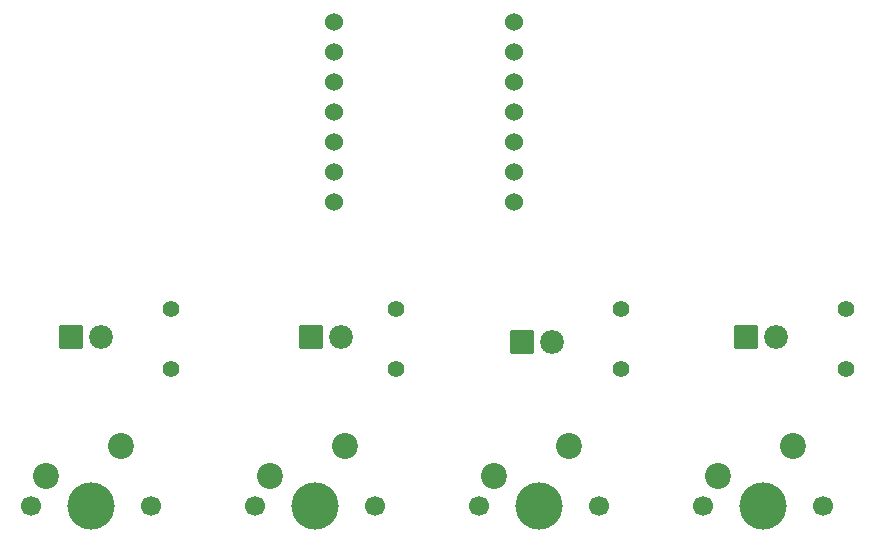
<source format=gbr>
%TF.GenerationSoftware,KiCad,Pcbnew,9.0.3*%
%TF.CreationDate,2025-08-01T16:23:24-05:00*%
%TF.ProjectId,pathfinder,70617468-6669-46e6-9465-722e6b696361,rev?*%
%TF.SameCoordinates,Original*%
%TF.FileFunction,Soldermask,Bot*%
%TF.FilePolarity,Negative*%
%FSLAX46Y46*%
G04 Gerber Fmt 4.6, Leading zero omitted, Abs format (unit mm)*
G04 Created by KiCad (PCBNEW 9.0.3) date 2025-08-01 16:23:24*
%MOMM*%
%LPD*%
G01*
G04 APERTURE LIST*
G04 Aperture macros list*
%AMRoundRect*
0 Rectangle with rounded corners*
0 $1 Rounding radius*
0 $2 $3 $4 $5 $6 $7 $8 $9 X,Y pos of 4 corners*
0 Add a 4 corners polygon primitive as box body*
4,1,4,$2,$3,$4,$5,$6,$7,$8,$9,$2,$3,0*
0 Add four circle primitives for the rounded corners*
1,1,$1+$1,$2,$3*
1,1,$1+$1,$4,$5*
1,1,$1+$1,$6,$7*
1,1,$1+$1,$8,$9*
0 Add four rect primitives between the rounded corners*
20,1,$1+$1,$2,$3,$4,$5,0*
20,1,$1+$1,$4,$5,$6,$7,0*
20,1,$1+$1,$6,$7,$8,$9,0*
20,1,$1+$1,$8,$9,$2,$3,0*%
G04 Aperture macros list end*
%ADD10C,2.019000*%
%ADD11RoundRect,0.102000X-0.907500X-0.907500X0.907500X-0.907500X0.907500X0.907500X-0.907500X0.907500X0*%
%ADD12C,1.400000*%
%ADD13C,1.700000*%
%ADD14C,4.000000*%
%ADD15C,2.200000*%
%ADD16C,1.524000*%
G04 APERTURE END LIST*
D10*
%TO.C,D2*%
X116840000Y-97631250D03*
D11*
X114300000Y-97631250D03*
%TD*%
D12*
%TO.C,R3*%
X140493750Y-100330000D03*
X140493750Y-95250000D03*
%TD*%
D10*
%TO.C,D3*%
X134710725Y-98017989D03*
D11*
X132170725Y-98017989D03*
%TD*%
D13*
%TO.C,SW4*%
X147494461Y-111974033D03*
D14*
X152574461Y-111974033D03*
D13*
X157654461Y-111974033D03*
D15*
X155114461Y-106894033D03*
X148764461Y-109434033D03*
%TD*%
D13*
%TO.C,SW1*%
X90565419Y-111918470D03*
D14*
X95645419Y-111918470D03*
D13*
X100725419Y-111918470D03*
D15*
X98185419Y-106838470D03*
X91835419Y-109378470D03*
%TD*%
D10*
%TO.C,D4*%
X153670000Y-97631250D03*
D11*
X151130000Y-97631250D03*
%TD*%
D12*
%TO.C,R4*%
X159543750Y-100330000D03*
X159543750Y-95250000D03*
%TD*%
D13*
%TO.C,SW2*%
X109537500Y-111918750D03*
D14*
X114617500Y-111918750D03*
D13*
X119697500Y-111918750D03*
D15*
X117157500Y-106838750D03*
X110807500Y-109378750D03*
%TD*%
D10*
%TO.C,D1*%
X96520000Y-97631250D03*
D11*
X93980000Y-97631250D03*
%TD*%
D16*
%TO.C,U1*%
X116205000Y-70961250D03*
X116205000Y-73501250D03*
X116205000Y-76041250D03*
X116205000Y-78581250D03*
X116205000Y-81121250D03*
X116205000Y-83661250D03*
X116205000Y-86201250D03*
X131445000Y-86201250D03*
X131445000Y-83661250D03*
X131445000Y-81121250D03*
X131445000Y-78581250D03*
X131445000Y-76041250D03*
X131445000Y-73501250D03*
X131445000Y-70961250D03*
%TD*%
D13*
%TO.C,SW3*%
X128514241Y-111974033D03*
D14*
X133594241Y-111974033D03*
D13*
X138674241Y-111974033D03*
D15*
X136134241Y-106894033D03*
X129784241Y-109434033D03*
%TD*%
D12*
%TO.C,R2*%
X121443750Y-100330000D03*
X121443750Y-95250000D03*
%TD*%
%TO.C,R1*%
X102393750Y-100330000D03*
X102393750Y-95250000D03*
%TD*%
M02*

</source>
